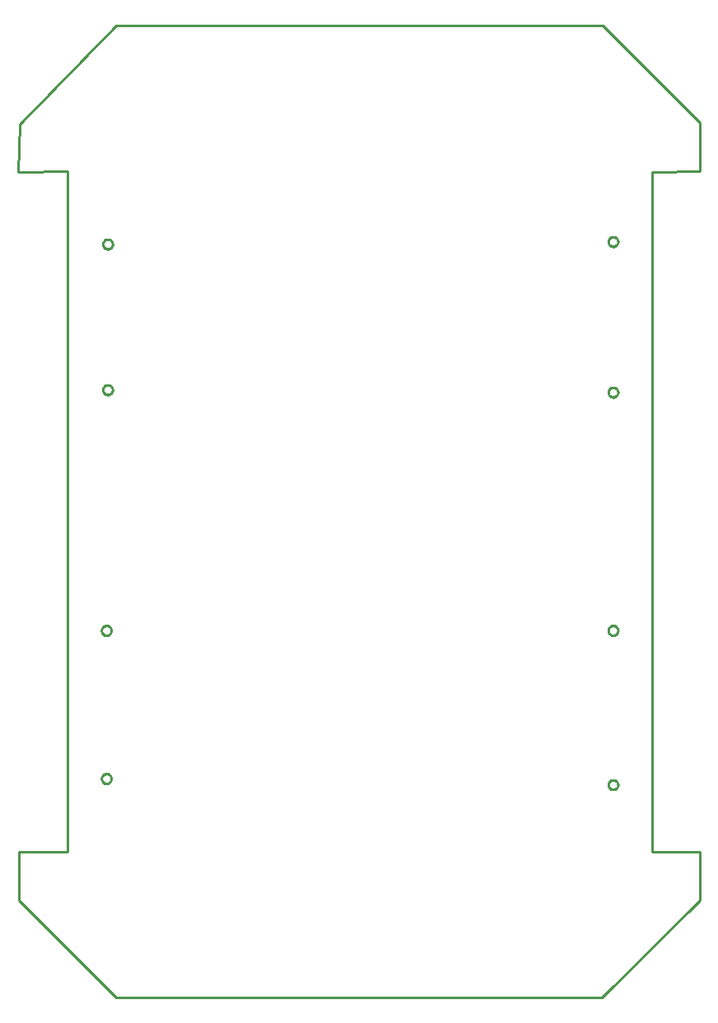
<source format=gbr>
G04 EAGLE Gerber RS-274X export*
G75*
%MOMM*%
%FSLAX34Y34*%
%LPD*%
%IN*%
%IPPOS*%
%AMOC8*
5,1,8,0,0,1.08239X$1,22.5*%
G01*
%ADD10C,0.254000*%


D10*
X-350470Y349280D02*
X-299880Y349940D01*
X-299850Y-350000D01*
X-350000Y-350000D01*
X-350000Y-400000D01*
X-250000Y-500000D01*
X250000Y-500000D01*
X350000Y-400000D01*
X350000Y-350000D01*
X301120Y-350000D01*
X301120Y349530D01*
X350000Y350000D01*
X350000Y400000D01*
X250280Y499710D01*
X-249720Y499710D01*
X-349200Y397970D01*
X-350470Y349280D01*
X-253580Y124799D02*
X-253643Y124241D01*
X-253768Y123694D01*
X-253953Y123164D01*
X-254197Y122658D01*
X-254496Y122182D01*
X-254846Y121743D01*
X-255243Y121346D01*
X-255682Y120996D01*
X-256158Y120697D01*
X-256664Y120453D01*
X-257194Y120268D01*
X-257741Y120143D01*
X-258299Y120080D01*
X-258861Y120080D01*
X-259419Y120143D01*
X-259966Y120268D01*
X-260496Y120453D01*
X-261002Y120697D01*
X-261478Y120996D01*
X-261917Y121346D01*
X-262314Y121743D01*
X-262664Y122182D01*
X-262963Y122658D01*
X-263207Y123164D01*
X-263392Y123694D01*
X-263517Y124241D01*
X-263580Y124799D01*
X-263580Y125361D01*
X-263517Y125919D01*
X-263392Y126466D01*
X-263207Y126996D01*
X-262963Y127502D01*
X-262664Y127978D01*
X-262314Y128417D01*
X-261917Y128814D01*
X-261478Y129164D01*
X-261002Y129463D01*
X-260496Y129707D01*
X-259966Y129892D01*
X-259419Y130017D01*
X-258861Y130080D01*
X-258299Y130080D01*
X-257741Y130017D01*
X-257194Y129892D01*
X-256664Y129707D01*
X-256158Y129463D01*
X-255682Y129164D01*
X-255243Y128814D01*
X-254846Y128417D01*
X-254496Y127978D01*
X-254197Y127502D01*
X-253953Y126996D01*
X-253768Y126466D01*
X-253643Y125919D01*
X-253580Y125361D01*
X-253580Y124799D01*
X-253580Y274639D02*
X-253643Y274081D01*
X-253768Y273534D01*
X-253953Y273004D01*
X-254197Y272498D01*
X-254496Y272022D01*
X-254846Y271583D01*
X-255243Y271186D01*
X-255682Y270836D01*
X-256158Y270537D01*
X-256664Y270293D01*
X-257194Y270108D01*
X-257741Y269983D01*
X-258299Y269920D01*
X-258861Y269920D01*
X-259419Y269983D01*
X-259966Y270108D01*
X-260496Y270293D01*
X-261002Y270537D01*
X-261478Y270836D01*
X-261917Y271186D01*
X-262314Y271583D01*
X-262664Y272022D01*
X-262963Y272498D01*
X-263207Y273004D01*
X-263392Y273534D01*
X-263517Y274081D01*
X-263580Y274639D01*
X-263580Y275201D01*
X-263517Y275759D01*
X-263392Y276306D01*
X-263207Y276836D01*
X-262963Y277342D01*
X-262664Y277818D01*
X-262314Y278257D01*
X-261917Y278654D01*
X-261478Y279004D01*
X-261002Y279303D01*
X-260496Y279547D01*
X-259966Y279732D01*
X-259419Y279857D01*
X-258861Y279920D01*
X-258299Y279920D01*
X-257741Y279857D01*
X-257194Y279732D01*
X-256664Y279547D01*
X-256158Y279303D01*
X-255682Y279004D01*
X-255243Y278654D01*
X-254846Y278257D01*
X-254496Y277818D01*
X-254197Y277342D01*
X-253953Y276836D01*
X-253768Y276306D01*
X-253643Y275759D01*
X-253580Y275201D01*
X-253580Y274639D01*
X266120Y277179D02*
X266057Y276621D01*
X265932Y276074D01*
X265747Y275544D01*
X265503Y275038D01*
X265204Y274562D01*
X264854Y274123D01*
X264457Y273726D01*
X264018Y273376D01*
X263542Y273077D01*
X263036Y272833D01*
X262506Y272648D01*
X261959Y272523D01*
X261401Y272460D01*
X260839Y272460D01*
X260281Y272523D01*
X259734Y272648D01*
X259204Y272833D01*
X258698Y273077D01*
X258222Y273376D01*
X257783Y273726D01*
X257386Y274123D01*
X257036Y274562D01*
X256737Y275038D01*
X256493Y275544D01*
X256308Y276074D01*
X256183Y276621D01*
X256120Y277179D01*
X256120Y277741D01*
X256183Y278299D01*
X256308Y278846D01*
X256493Y279376D01*
X256737Y279882D01*
X257036Y280358D01*
X257386Y280797D01*
X257783Y281194D01*
X258222Y281544D01*
X258698Y281843D01*
X259204Y282087D01*
X259734Y282272D01*
X260281Y282397D01*
X260839Y282460D01*
X261401Y282460D01*
X261959Y282397D01*
X262506Y282272D01*
X263036Y282087D01*
X263542Y281843D01*
X264018Y281544D01*
X264457Y281194D01*
X264854Y280797D01*
X265204Y280358D01*
X265503Y279882D01*
X265747Y279376D01*
X265932Y278846D01*
X266057Y278299D01*
X266120Y277741D01*
X266120Y277179D01*
X266120Y122259D02*
X266057Y121701D01*
X265932Y121154D01*
X265747Y120624D01*
X265503Y120118D01*
X265204Y119642D01*
X264854Y119203D01*
X264457Y118806D01*
X264018Y118456D01*
X263542Y118157D01*
X263036Y117913D01*
X262506Y117728D01*
X261959Y117603D01*
X261401Y117540D01*
X260839Y117540D01*
X260281Y117603D01*
X259734Y117728D01*
X259204Y117913D01*
X258698Y118157D01*
X258222Y118456D01*
X257783Y118806D01*
X257386Y119203D01*
X257036Y119642D01*
X256737Y120118D01*
X256493Y120624D01*
X256308Y121154D01*
X256183Y121701D01*
X256120Y122259D01*
X256120Y122821D01*
X256183Y123379D01*
X256308Y123926D01*
X256493Y124456D01*
X256737Y124962D01*
X257036Y125438D01*
X257386Y125877D01*
X257783Y126274D01*
X258222Y126624D01*
X258698Y126923D01*
X259204Y127167D01*
X259734Y127352D01*
X260281Y127477D01*
X260839Y127540D01*
X261401Y127540D01*
X261959Y127477D01*
X262506Y127352D01*
X263036Y127167D01*
X263542Y126923D01*
X264018Y126624D01*
X264457Y126274D01*
X264854Y125877D01*
X265204Y125438D01*
X265503Y124962D01*
X265747Y124456D01*
X265932Y123926D01*
X266057Y123379D01*
X266120Y122821D01*
X266120Y122259D01*
X266120Y-122821D02*
X266057Y-123379D01*
X265932Y-123926D01*
X265747Y-124456D01*
X265503Y-124962D01*
X265204Y-125438D01*
X264854Y-125877D01*
X264457Y-126274D01*
X264018Y-126624D01*
X263542Y-126923D01*
X263036Y-127167D01*
X262506Y-127352D01*
X261959Y-127477D01*
X261401Y-127540D01*
X260839Y-127540D01*
X260281Y-127477D01*
X259734Y-127352D01*
X259204Y-127167D01*
X258698Y-126923D01*
X258222Y-126624D01*
X257783Y-126274D01*
X257386Y-125877D01*
X257036Y-125438D01*
X256737Y-124962D01*
X256493Y-124456D01*
X256308Y-123926D01*
X256183Y-123379D01*
X256120Y-122821D01*
X256120Y-122259D01*
X256183Y-121701D01*
X256308Y-121154D01*
X256493Y-120624D01*
X256737Y-120118D01*
X257036Y-119642D01*
X257386Y-119203D01*
X257783Y-118806D01*
X258222Y-118456D01*
X258698Y-118157D01*
X259204Y-117913D01*
X259734Y-117728D01*
X260281Y-117603D01*
X260839Y-117540D01*
X261401Y-117540D01*
X261959Y-117603D01*
X262506Y-117728D01*
X263036Y-117913D01*
X263542Y-118157D01*
X264018Y-118456D01*
X264457Y-118806D01*
X264854Y-119203D01*
X265204Y-119642D01*
X265503Y-120118D01*
X265747Y-120624D01*
X265932Y-121154D01*
X266057Y-121701D01*
X266120Y-122259D01*
X266120Y-122821D01*
X266120Y-281551D02*
X266057Y-282109D01*
X265932Y-282656D01*
X265747Y-283186D01*
X265503Y-283692D01*
X265204Y-284168D01*
X264854Y-284607D01*
X264457Y-285004D01*
X264018Y-285354D01*
X263542Y-285653D01*
X263036Y-285897D01*
X262506Y-286082D01*
X261959Y-286207D01*
X261401Y-286270D01*
X260839Y-286270D01*
X260281Y-286207D01*
X259734Y-286082D01*
X259204Y-285897D01*
X258698Y-285653D01*
X258222Y-285354D01*
X257783Y-285004D01*
X257386Y-284607D01*
X257036Y-284168D01*
X256737Y-283692D01*
X256493Y-283186D01*
X256308Y-282656D01*
X256183Y-282109D01*
X256120Y-281551D01*
X256120Y-280989D01*
X256183Y-280431D01*
X256308Y-279884D01*
X256493Y-279354D01*
X256737Y-278848D01*
X257036Y-278372D01*
X257386Y-277933D01*
X257783Y-277536D01*
X258222Y-277186D01*
X258698Y-276887D01*
X259204Y-276643D01*
X259734Y-276458D01*
X260281Y-276333D01*
X260839Y-276270D01*
X261401Y-276270D01*
X261959Y-276333D01*
X262506Y-276458D01*
X263036Y-276643D01*
X263542Y-276887D01*
X264018Y-277186D01*
X264457Y-277536D01*
X264854Y-277933D01*
X265204Y-278372D01*
X265503Y-278848D01*
X265747Y-279354D01*
X265932Y-279884D01*
X266057Y-280431D01*
X266120Y-280989D01*
X266120Y-281551D01*
X-254850Y-275201D02*
X-254913Y-275759D01*
X-255038Y-276306D01*
X-255223Y-276836D01*
X-255467Y-277342D01*
X-255766Y-277818D01*
X-256116Y-278257D01*
X-256513Y-278654D01*
X-256952Y-279004D01*
X-257428Y-279303D01*
X-257934Y-279547D01*
X-258464Y-279732D01*
X-259011Y-279857D01*
X-259569Y-279920D01*
X-260131Y-279920D01*
X-260689Y-279857D01*
X-261236Y-279732D01*
X-261766Y-279547D01*
X-262272Y-279303D01*
X-262748Y-279004D01*
X-263187Y-278654D01*
X-263584Y-278257D01*
X-263934Y-277818D01*
X-264233Y-277342D01*
X-264477Y-276836D01*
X-264662Y-276306D01*
X-264787Y-275759D01*
X-264850Y-275201D01*
X-264850Y-274639D01*
X-264787Y-274081D01*
X-264662Y-273534D01*
X-264477Y-273004D01*
X-264233Y-272498D01*
X-263934Y-272022D01*
X-263584Y-271583D01*
X-263187Y-271186D01*
X-262748Y-270836D01*
X-262272Y-270537D01*
X-261766Y-270293D01*
X-261236Y-270108D01*
X-260689Y-269983D01*
X-260131Y-269920D01*
X-259569Y-269920D01*
X-259011Y-269983D01*
X-258464Y-270108D01*
X-257934Y-270293D01*
X-257428Y-270537D01*
X-256952Y-270836D01*
X-256513Y-271186D01*
X-256116Y-271583D01*
X-255766Y-272022D01*
X-255467Y-272498D01*
X-255223Y-273004D01*
X-255038Y-273534D01*
X-254913Y-274081D01*
X-254850Y-274639D01*
X-254850Y-275201D01*
X-254850Y-122821D02*
X-254913Y-123379D01*
X-255038Y-123926D01*
X-255223Y-124456D01*
X-255467Y-124962D01*
X-255766Y-125438D01*
X-256116Y-125877D01*
X-256513Y-126274D01*
X-256952Y-126624D01*
X-257428Y-126923D01*
X-257934Y-127167D01*
X-258464Y-127352D01*
X-259011Y-127477D01*
X-259569Y-127540D01*
X-260131Y-127540D01*
X-260689Y-127477D01*
X-261236Y-127352D01*
X-261766Y-127167D01*
X-262272Y-126923D01*
X-262748Y-126624D01*
X-263187Y-126274D01*
X-263584Y-125877D01*
X-263934Y-125438D01*
X-264233Y-124962D01*
X-264477Y-124456D01*
X-264662Y-123926D01*
X-264787Y-123379D01*
X-264850Y-122821D01*
X-264850Y-122259D01*
X-264787Y-121701D01*
X-264662Y-121154D01*
X-264477Y-120624D01*
X-264233Y-120118D01*
X-263934Y-119642D01*
X-263584Y-119203D01*
X-263187Y-118806D01*
X-262748Y-118456D01*
X-262272Y-118157D01*
X-261766Y-117913D01*
X-261236Y-117728D01*
X-260689Y-117603D01*
X-260131Y-117540D01*
X-259569Y-117540D01*
X-259011Y-117603D01*
X-258464Y-117728D01*
X-257934Y-117913D01*
X-257428Y-118157D01*
X-256952Y-118456D01*
X-256513Y-118806D01*
X-256116Y-119203D01*
X-255766Y-119642D01*
X-255467Y-120118D01*
X-255223Y-120624D01*
X-255038Y-121154D01*
X-254913Y-121701D01*
X-254850Y-122259D01*
X-254850Y-122821D01*
M02*

</source>
